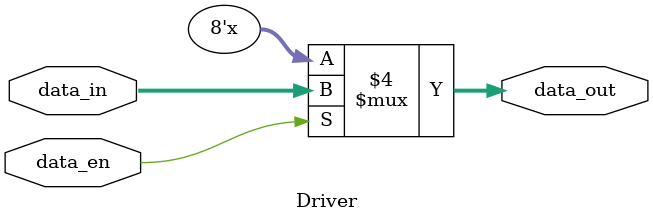
<source format=v>
module Driver #(
	parameter DATA_WIDTH = 8
)(
	input wire [DATA_WIDTH-1:0] data_in,
	input wire data_en,
	output reg [DATA_WIDTH-1:0] data_out
);

	always @(data_in, data_en) begin
		if (data_en == 1'b1)
			data_out = data_in;
		else
			data_out = {DATA_WIDTH{1'bz}};
	end

endmodule

</source>
